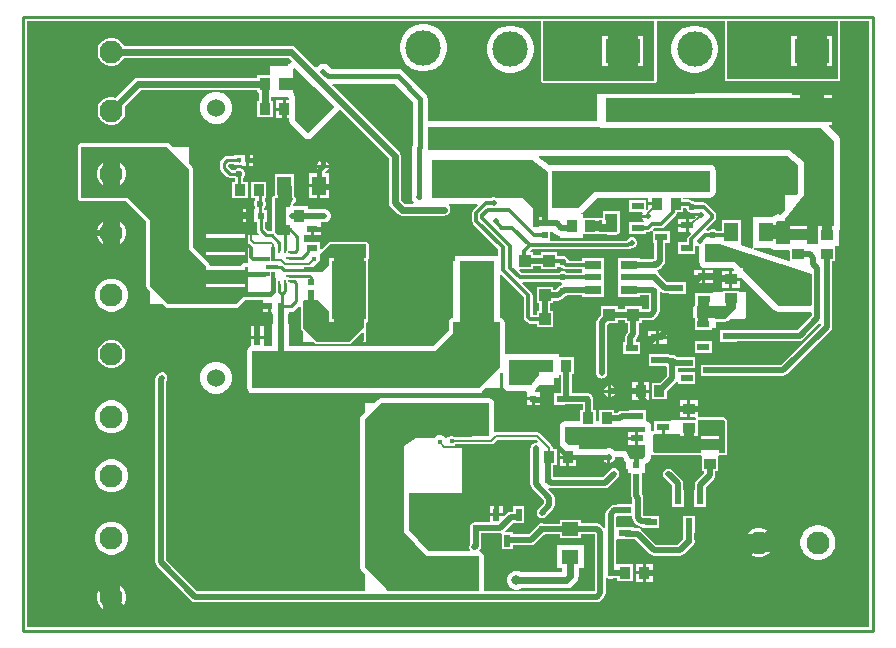
<source format=gbr>
%FSTAX23Y23*%
%MOIN*%
%SFA1B1*%

%IPPOS*%
%ADD10R,0.035430X0.039370*%
%ADD11R,0.041340X0.023620*%
%ADD12R,0.039370X0.035430*%
%ADD13R,0.023620X0.023620*%
%ADD14R,0.023620X0.041340*%
%ADD15C,0.023620*%
%ADD16R,0.023620X0.024410*%
%ADD17R,0.112210X0.194880*%
%ADD18R,0.019680X0.018700*%
%ADD19R,0.055120X0.045280*%
%ADD20R,0.047240X0.062990*%
%ADD21R,0.039370X0.039370*%
%ADD22R,0.039370X0.039370*%
%ADD23R,0.057090X0.031500*%
%ADD24R,0.057090X0.023620*%
%ADD25R,0.116140X0.079530*%
%ADD26R,0.039370X0.021650*%
%ADD27R,0.107090X0.048030*%
%ADD28R,0.018110X0.016540*%
%ADD29R,0.017720X0.008860*%
%ADD30R,0.041340X0.015750*%
%ADD31R,0.021650X0.009840*%
%ADD32R,0.009840X0.022640*%
%ADD33R,0.009840X0.021650*%
%ADD34R,0.015750X0.049210*%
%ADD35R,0.039370X0.015750*%
%ADD36R,0.024410X0.023620*%
%ADD37R,0.037010X0.021260*%
%ADD38R,0.024410X0.057870*%
%ADD39C,0.010000*%
%ADD40C,0.078740*%
%ADD41C,0.019680*%
%ADD42C,0.015750*%
%ADD43C,0.011810*%
%ADD44C,0.007870*%
%ADD45C,0.023620*%
%ADD46C,0.008860*%
%ADD47C,0.009840*%
%ADD48C,0.018700*%
%ADD49R,0.070000X0.020000*%
%ADD50R,0.020000X0.070000*%
%ADD51C,0.076770*%
%ADD52C,0.060000*%
%ADD53C,0.118110*%
%ADD54C,0.019680*%
%ADD55C,0.031500*%
%ADD56C,0.015750*%
%LNpwr_board_final_copper_signal_top-1*%
%LPD*%
G36*
X02717Y0184D02*
X02347D01*
Y02034*
X02717*
Y0184*
G37*
G36*
X02105Y01835D02*
X01735D01*
Y02034*
X02105*
Y01835*
G37*
G36*
X02821Y00013D02*
X00013D01*
Y02034*
X01727*
Y01835*
X01728Y01831*
X0173Y01829*
X01732Y01827*
X01735Y01826*
X02105*
X02108Y01827*
X02111Y01829*
X02113Y01831*
X02113Y01835*
Y02034*
X02339*
Y0184*
X02339Y01837*
X02341Y01834*
X02344Y01832*
X02347Y01832*
X02717*
X0272Y01832*
X02722Y01834*
X02724Y01837*
X02725Y0184*
Y02034*
X02821*
Y00013*
G37*
%LNpwr_board_final_copper_signal_top-2*%
%LPC*%
G36*
X02698Y01983D02*
X02679D01*
Y01933*
Y01883*
X02698*
Y01983*
G37*
G36*
X0258D02*
X02561D01*
Y01883*
X0258*
Y01933*
Y01983*
G37*
G36*
X02068D02*
X0205D01*
Y01933*
Y01883*
X02068*
Y01983*
G37*
G36*
X01951D02*
X01932D01*
Y01883*
X01951*
Y01933*
Y01983*
G37*
G36*
X01343Y02023D02*
X01328D01*
X01312Y0202*
X01298Y02014*
X01285Y02006*
X01274Y01995*
X01266Y01982*
X0126Y01967*
X01257Y01952*
Y01937*
X0126Y01922*
X01266Y01907*
X01274Y01894*
X01285Y01883*
X01298Y01875*
X01312Y01869*
X01328Y01866*
X01343*
X01358Y01869*
X01373Y01875*
X01386Y01883*
X01397Y01894*
X01405Y01907*
X01411Y01922*
X01414Y01937*
Y01952*
X01411Y01967*
X01405Y01982*
X01397Y01995*
X01386Y02006*
X01373Y02014*
X01358Y0202*
X01343Y02023*
G37*
G36*
X02246Y02018D02*
X02231D01*
X02216Y02015*
X02201Y02009*
X02188Y02001*
X02177Y0199*
X02169Y01977*
X02163Y01962*
X0216Y01947*
Y01932*
X02163Y01917*
X02169Y01902*
X02177Y01889*
X02188Y01878*
X02201Y0187*
X02216Y01864*
X02231Y01861*
X02246*
X02262Y01864*
X02276Y0187*
X02289Y01878*
X023Y01889*
X02308Y01902*
X02314Y01917*
X02317Y01932*
Y01947*
X02314Y01962*
X02308Y01977*
X023Y0199*
X02289Y02001*
X02276Y02009*
X02262Y02015*
X02246Y02018*
G37*
G36*
X01633D02*
X01618D01*
X01602Y02015*
X01588Y02009*
X01575Y02001*
X01564Y0199*
X01556Y01977*
X0155Y01962*
X01547Y01947*
Y01932*
X0155Y01917*
X01556Y01902*
X01564Y01889*
X01575Y01878*
X01588Y0187*
X01602Y01864*
X01618Y01861*
X01633*
X01648Y01864*
X01663Y0187*
X01676Y01878*
X01687Y01889*
X01695Y01902*
X01701Y01917*
X01704Y01932*
Y01947*
X01701Y01962*
X01695Y01977*
X01687Y0199*
X01676Y02001*
X01663Y02009*
X01648Y02015*
X01633Y02018*
G37*
G36*
X02698Y01786D02*
X02669D01*
Y01776*
X02698*
Y01786*
G37*
G36*
X00866Y01769D02*
X00843D01*
Y01745*
X00866*
Y01769*
G37*
G36*
Y01735D02*
X00843D01*
Y0171*
X00866*
Y01735*
G37*
G36*
X00652Y01798D02*
X00638D01*
X00625Y01794*
X00612Y01787*
X00602Y01777*
X00595Y01765*
X00592Y01752*
Y01738*
X00595Y01724*
X00602Y01712*
X00612Y01702*
X00625Y01695*
X00638Y01691*
X00652*
X00666Y01695*
X00678Y01702*
X00688Y01712*
X00695Y01724*
X00698Y01738*
Y01752*
X00695Y01765*
X00688Y01777*
X00678Y01787*
X00666Y01794*
X00652Y01798*
G37*
G36*
X00767Y01588D02*
X00753D01*
Y01575*
X00767*
Y01588*
G37*
G36*
X01005Y01569D02*
Y01555D01*
X01019*
X01016Y01561*
X01011Y01566*
X01005Y01569*
G37*
G36*
X00995D02*
X00988Y01566D01*
X00983Y01561*
X0098Y01555*
X00995*
Y01569*
G37*
G36*
X00767Y01565D02*
X00753D01*
Y01551*
X00767*
Y01565*
G37*
G36*
X00743Y01588D02*
X00729D01*
Y01586*
X00705*
Y01583*
X0068*
X00675Y01582*
X00671Y01579*
X00661Y01569*
X00658Y01564*
X00657Y0156*
Y01545*
X00658Y0154*
X00661Y01535*
X00681Y01515*
X00685Y01512*
X0069Y01511*
X00706*
X00707Y0151*
Y01497*
X00698*
Y01442*
X0075*
Y01497*
X00733*
Y0151*
X00737Y01513*
X0074Y01521*
Y01528*
X00737Y01536*
X00732Y01541*
X00724Y01544*
X00716*
X00709Y01541*
X00706Y01538*
X00696*
X00684Y01549*
Y01555*
X00686Y01556*
X00705*
Y01553*
X00729*
Y01551*
X00743*
Y0157*
Y01588*
G37*
G36*
X01019Y01545D02*
X0098D01*
X00983Y01538*
X00988Y01533*
X00992Y01531*
X00992Y01528*
Y0149*
X0102*
Y01526*
X01008*
X01007Y01531*
X01011Y01533*
X01016Y01538*
X01019Y01545*
G37*
G36*
X00982Y01526D02*
X00953D01*
Y0149*
X00982*
Y01526*
G37*
G36*
X0102Y0148D02*
X00992D01*
Y01443*
X0102*
Y0148*
G37*
G36*
X00982D02*
X00953D01*
Y01443*
X00982*
Y0148*
G37*
G36*
X00745Y01407D02*
X00735D01*
Y01396*
X00745*
Y01407*
G37*
G36*
Y01373D02*
X00735D01*
Y01362*
X00745*
Y01373*
G37*
G36*
X02209Y01374D02*
X02183D01*
Y01357*
X02209*
Y01374*
G37*
G36*
Y01347D02*
X02183D01*
Y0133*
X02209*
Y01347*
G37*
G36*
X00994Y01336D02*
X0097D01*
Y0132*
X00994*
Y01336*
G37*
G36*
X00739Y01322D02*
X00612D01*
Y01311*
X00675*
X00739*
Y01322*
G37*
G36*
X00325Y01366D02*
Y01328D01*
Y01289*
X00325Y01289*
X00334Y01298*
X0034Y01309*
X00344Y01321*
Y01334*
X0034Y01346*
X00334Y01357*
X00325Y01366*
X00325Y01366*
G37*
G36*
X00266D02*
X00266Y01366D01*
X00257Y01357*
X0025Y01346*
X00247Y01334*
Y01321*
X0025Y01309*
X00257Y01298*
X00266Y01289*
X00266Y01289*
Y01328*
Y01366*
G37*
G36*
X00739Y01264D02*
X00675D01*
X00612*
Y0126*
Y01254*
X00739*
Y0126*
Y01264*
G37*
G36*
X02299Y01204D02*
X02274D01*
Y01187*
X02299*
Y01204*
G37*
G36*
X02264D02*
X02238D01*
Y01187*
X02264*
Y01204*
G37*
G36*
X02355Y012D02*
X02331D01*
Y01177*
X02355*
Y012*
G37*
G36*
X02299Y01177D02*
X02274D01*
Y0116*
X02299*
Y01177*
G37*
G36*
X02264D02*
X02238D01*
Y0116*
X02264*
Y01177*
G37*
G36*
X0239Y01167D02*
X02365D01*
Y01145*
X0239*
Y01167*
G37*
G36*
X02355D02*
X02331D01*
Y01145*
X02355*
Y01167*
G37*
G36*
X02388Y01135D02*
X02333D01*
Y01133*
X02331Y01129*
X02299Y01129*
X02297Y01127*
X0224*
Y01087*
X02238Y01085*
X02235Y01081*
Y01045*
X02239Y01042*
Y01002*
X02296*
Y01005*
X02298Y0101*
X0231*
Y01031*
X0234*
X0234*
X02345Y01031*
X02345Y01032*
X02346Y01032*
X02347Y01032*
X02348Y01032*
X02348Y01032*
X02349Y01032*
X0235Y01033*
X02351Y01034*
X02351Y01034*
X02351Y01034*
X02356Y0104*
X02405*
X02405Y0104*
X0241Y01045*
Y01129*
X0239*
X02388Y01133*
Y01135*
G37*
G36*
X00303Y01174D02*
X00288D01*
X00275Y0117*
X00262Y01163*
X00252Y01153*
X00245Y0114*
X00241Y01127*
Y01112*
X00245Y01099*
X00252Y01086*
X00262Y01076*
X00275Y01069*
X00288Y01065*
X00303*
X00316Y01069*
X00329Y01076*
X00339Y01086*
X00346Y01099*
X0035Y01112*
Y01127*
X00346Y0114*
X00339Y01153*
X00329Y01163*
X00316Y0117*
X00303Y01174*
G37*
G36*
X00817Y0108D02*
X008D01*
Y01062*
X00817*
Y0108*
G37*
G36*
X00803Y01018D02*
X00786D01*
Y00985*
X00803*
Y01018*
G37*
G36*
X00776D02*
X00759D01*
Y00985*
X00776*
Y01018*
G37*
G36*
X02146Y01001D02*
X0212D01*
Y00984*
X02146*
Y01001*
G37*
G36*
X0211D02*
X02085D01*
Y00984*
X0211*
Y01001*
G37*
G36*
X00302Y01978D02*
X00289D01*
X00278Y01974*
X00267Y01968*
X00258Y0196*
X00252Y01949*
X00249Y01937*
Y01925*
X00252Y01913*
X00258Y01903*
X00267Y01894*
X00278Y01888*
X00289Y01885*
X00302*
X00313Y01888*
X00324Y01894*
X00332Y01903*
X00337Y01911*
X00884*
X00896Y019*
X00894Y01894*
X00892Y01893*
X00888Y01891*
X00885Y01889*
X00885Y01889*
X00885Y01889*
X00883Y01885*
X00882Y01885*
X00825*
Y01853*
X0082Y01852*
X00782*
Y01845*
X00385*
X00378Y01843*
X00371Y01839*
X00311Y01778*
X00302Y01781*
X00289*
X00278Y01778*
X00267Y01772*
X00258Y01763*
X00252Y01752*
X00249Y01741*
Y01728*
X00252Y01717*
X00258Y01706*
X00267Y01697*
X00278Y01691*
X00289Y01688*
X00302*
X00313Y01691*
X00324Y01697*
X00332Y01706*
X00339Y01717*
X00342Y01728*
Y01741*
X00339Y0175*
X00394Y01804*
X00782*
Y01797*
X00783*
X00787Y01794*
X00787Y01779*
X00788Y01778*
Y01767*
X00782*
Y01712*
X00834*
Y01767*
X00828*
Y01779*
X00885Y01779*
X00887Y01774*
X00885Y01769*
X00876*
Y0174*
Y0171*
X00888*
Y01702*
X0089Y01694*
X00894Y01687*
X00936Y01646*
X00942Y01641*
X0095Y0164*
X00958Y01641*
X00964Y01646*
X0105Y01732*
X01051Y01732*
X01051Y01732*
X01053Y01735*
X01053Y01736*
X01059Y01737*
X01059Y01736*
X01219Y01576*
Y0143*
X01221Y01422*
X01225Y01415*
X0125Y0139*
X01257Y01386*
X01265Y01384*
X01405*
X01412Y01386*
X01419Y0139*
X01423Y01397*
X01425Y01405*
X01423Y01412*
X01419Y01419*
X01418Y01419*
X01419Y01424*
X01515*
X01517Y0142*
X01502Y01405*
X01499Y014*
X01498Y01395*
Y01367*
X01499Y01361*
X01502Y01357*
X01585Y01274*
Y01254*
X01585Y01249*
X01441*
Y01235*
X01435*
X01435Y01234*
Y01045*
X01429Y01044*
X01424Y01041*
X01421Y01036*
X01419Y0103*
Y01002*
X01368Y00951*
X00888*
Y01024*
X00885*
Y01057*
X00886*
Y01064*
X00895*
X00902Y01065*
X00909Y0107*
X00922Y01083*
X00927Y01081*
Y01009*
X00927Y01007*
X00927Y01006*
X00928Y01005*
X00929Y01003*
Y01003*
X0093Y01003*
X00935Y00998*
X00935Y00965*
X00935Y00964*
X0094*
X00968*
X00974Y00959*
X00976Y00957*
X0098Y00956*
X01085*
X0109*
X01091Y00957*
X01093Y00957*
X01093*
X01094Y00958*
X01095Y00959*
Y00959*
X01132Y00996*
X01137Y00994*
X01137Y00974*
X01137Y0097*
Y00969*
X01133Y00965*
X01133Y00965*
X01138*
X01145*
Y0101*
X01145Y0101*
X01145Y01012*
X01145Y01012*
X01145Y01012*
X01145Y01026*
X01149Y01031*
X01151*
Y0124*
X01152Y01241*
X01153Y01244*
Y0129*
X01152Y01293*
X0115Y01295*
X01148Y01297*
X01145Y01298*
X01025*
X01021Y01297*
X01019Y01295*
X00996Y01273*
X00992Y01275*
Y01297*
X00939*
X00937Y01301*
Y01315*
X00937Y0132*
X00942*
X0096*
Y01341*
X00965*
Y01346*
X00994*
Y01362*
X00999Y01362*
X01005*
X01007Y01363*
X01009*
X01011Y01364*
X01013Y01364*
X01015Y01365*
X01017Y01366*
X01018Y01368*
X0102Y01369*
X01021Y01371*
X01023Y01372*
X01024Y01374*
X01025Y01376*
X01025Y01378*
X01026Y0138*
Y01382*
X01027Y01385*
X01026Y01387*
Y01389*
X01025Y01391*
X01025Y01393*
X01024Y01395*
X01023Y01397*
X01021Y01398*
X0102Y014*
X01018Y01401*
X01017Y01403*
X01015Y01404*
X01013Y01405*
X01011Y01405*
X01009Y01406*
X01007*
X01005Y01407*
X01004*
X00978*
X00974Y01408*
X00965*
X00961Y01406*
X0096Y01407*
X00951*
Y01416*
X00904*
X00901Y0142*
X00909Y01435*
X00909Y01436*
X00909Y01437*
X00909Y01438*
X0091Y01438*
X0091Y01439*
X0091Y0144*
X00909Y01441*
X00909Y01441*
X00909Y01442*
X00908Y01443*
X00906Y01447*
X00905Y01448*
X00905Y01449*
X00904Y01449*
Y01485*
X00904Y01485*
Y01524*
X00841*
Y01485*
X00841Y01485*
Y01451*
X0084*
X00836Y0145*
X00834Y01449*
X00832Y01446*
X00831Y01443*
Y01414*
X00832Y01411*
X00832Y01411*
Y01385*
Y01358*
X00832Y01358*
X00831Y01355*
Y01336*
X00829Y01334*
X00815*
X00807Y01342*
Y01364*
X00813*
Y01405*
X00805*
Y01411*
X00807Y01413*
X0081Y01421*
Y01428*
X00807Y01436*
X00806Y01437*
X00808Y01442*
X00812*
Y01497*
X00761*
Y01442*
X00773*
X00775Y01437*
X00774Y01436*
X00771Y01428*
Y01421*
X00774Y01413*
X00775Y01412*
X00773Y01407*
X00769*
Y01385*
Y01362*
X00775*
X00779*
X0078Y01358*
Y01336*
X00781Y01331*
X00784Y01327*
X00786Y01325*
X00784Y01321*
X00749*
X00749Y01264*
X00749Y0123*
X00746Y01227*
X00739*
X00734Y01226*
X0073Y01223*
X00728Y01219*
X00727Y01217*
X00625*
X00625Y0122*
X00622Y01224*
X00567Y01279*
Y013*
Y01536*
X00567Y01537*
Y01538*
X00566Y01543*
X00566Y01544*
X00566Y01545*
X00565Y01546*
X00565Y01547*
X00564Y01548*
X00563Y01549*
X00555Y01557*
Y01615*
X00497*
X00489Y01623*
X00485Y01626*
X0048Y01627*
X0048*
X00195*
X00191Y01626*
X00187Y01623*
X00184Y01619*
X00183Y01615*
Y01445*
X00184Y0144*
X00187Y01436*
X00191Y01433*
X00195Y01432*
X00345*
X00412Y01365*
Y0115*
X00413Y01145*
X00416Y01141*
X00425Y01132*
Y0109*
X00467*
X00476Y01081*
X00478Y0108*
X0048Y01078*
Y01078*
X00482Y01078*
X00485Y01077*
X0049*
X0059*
X0071*
X00715Y01078*
X00719Y01081*
X00742Y01104*
X008*
Y0109*
X00822*
Y01085*
X00827*
Y01062*
X00831*
Y01057*
X00833*
Y01024*
X00832*
Y00951*
X00803*
Y00975*
X00781*
X00759*
Y00949*
X00758Y00949*
X00753Y00946*
X0075Y00941*
X00748Y00935*
Y0081*
X0075Y00803*
X00753Y00798*
X00758Y00795*
X00765Y00793*
X0152*
X01526Y00795*
X01531Y00798*
X01542Y0081*
X0159*
X0159Y00857*
X01595Y00863*
X016Y00861*
Y0082*
X01602Y00812*
X01606Y00805*
X01613Y00801*
X0162Y00799*
X01677*
X0168Y00796*
Y00794*
Y0078*
X01702*
X01724*
Y00796*
X01707*
X01706Y00797*
X01706Y00797*
X01706Y00801*
X01708Y00804*
X01709Y00804*
X01709Y00805*
X0171Y00805*
X0171Y00807*
X01712Y00808*
X01714Y00812*
X0172Y0082*
X0177*
Y00845*
X01786*
Y00852*
Y00855*
X01791Y00856*
X01794Y00853*
Y00794*
X01769*
Y00755*
X01808*
Y00756*
X01866*
Y00737*
X01858*
Y007*
X01808*
X01801Y00698*
X01794Y00694*
X0179Y00687*
X01788Y0068*
Y00629*
X0179Y00622*
X01794Y00615*
X01795Y00614*
X01794Y00609*
X01789*
Y00585*
X01817*
X01845*
Y00585*
X0185Y00588*
X01854Y00587*
X01931*
X01933Y00584*
X01953*
Y00579*
X01958*
Y0056*
X01964Y00563*
X0197Y00568*
X01973Y00575*
Y00578*
X01975Y00579*
X01999*
X02008Y00564*
X02009Y00562*
X0201Y0056*
Y0054*
X02016*
Y00526*
X02028*
Y00516*
X02027Y00514*
Y0045*
X02029Y00443*
X02032Y00437*
Y00422*
X01979*
Y0042*
X01971*
X01964Y00419*
X01958Y00415*
X01947Y00403*
X01943Y00397*
X01941Y0039*
Y00346*
X01936Y00344*
X01927Y00354*
X01921Y00357*
X01914Y00359*
X01861*
Y00371*
X0179*
Y00358*
X01737*
X01734Y00359*
X01726*
X01719Y00356*
X01714Y00351*
X01712Y00347*
X01688Y00323*
X01635*
Y0033*
X0161*
X01608Y00335*
X0163Y00356*
X01633Y00359*
X01672*
Y00416*
X01633*
Y00397*
X01627*
X0162Y00396*
X01614Y00392*
X01604Y00382*
X01603Y00383*
X01578*
X01556*
Y00363*
X01517*
X01513Y00364*
X01506*
X01498Y00361*
X01493Y00356*
X0149Y00348*
Y00341*
X01491Y00337*
Y0029*
X0149Y00289*
X0149Y00287*
X01489Y00286*
X01488Y00284*
X01488Y00282*
Y00281*
X01487Y00279*
X01488Y00277*
Y00275*
X01488Y00274*
X01489Y00272*
X0149Y00271*
X01488Y00266*
X01487Y00266*
X01351*
X01286Y00336*
Y0046*
X01465*
Y00615*
X01462Y00617*
X01444*
X01442Y00621*
X01442Y00622*
X01443Y00622*
X01562*
X01567Y00623*
X01571Y00626*
X01583Y00638*
X0171*
X01716Y00632*
X01714Y00628*
X01714Y00627*
X01712*
X0171Y00628*
X01709Y00627*
X01707*
X01705Y00627*
X01703Y00626*
X01702Y00625*
X017Y00625*
X01699Y00623*
X01698Y00622*
X01697Y00621*
X01695Y0062*
X01695Y00618*
X01694Y00616*
X01693Y00615*
X01693Y00613*
Y00611*
X01692Y0061*
Y0049*
X01694Y00483*
X01698Y00477*
X01737Y00437*
Y00427*
X01718Y00407*
X01717Y00406*
X01715Y00405*
X01715Y00403*
X01714Y00401*
X01713Y004*
X01713Y00398*
Y00396*
X01712Y00395*
X01713Y00393*
Y00391*
X01713Y00389*
X01714Y00388*
X01715Y00386*
X01715Y00384*
X01717Y00383*
X01718Y00382*
X01719Y00381*
X0172Y00379*
X01722Y00379*
X01723Y00378*
X01725Y00377*
X01727Y00377*
X01729*
X0173Y00376*
X01732Y00377*
X01734*
X01736Y00377*
X01737Y00378*
X01739Y00379*
X0174Y00379*
X01742Y00381*
X01743Y00382*
X01768Y00407*
X01772Y00413*
X01773Y0042*
Y00445*
X01772Y00451*
X01768Y00457*
X01752Y00474*
X01754Y00478*
X01755Y00478*
X01761Y00476*
X0194*
X01947Y00478*
X01953Y00482*
X01983Y00512*
X01984Y00513*
X01985Y00514*
X01986Y00516*
X01987Y00518*
X01987Y00519*
X01988Y00521*
Y00523*
X01988Y00525*
X01988Y00526*
Y00528*
X01987Y0053*
X01987Y00531*
X01986Y00533*
X01985Y00535*
X01984Y00536*
X01983Y00537*
X01982Y00538*
X0198Y0054*
X01979Y0054*
X01977Y00541*
X01976Y00542*
X01974Y00542*
X01972*
X0197Y00543*
X01969Y00542*
X01967*
X01965Y00542*
X01963Y00541*
X01962Y0054*
X0196Y0054*
X01959Y00538*
X01958Y00537*
X01933Y00513*
X01769*
X01768Y00513*
Y00552*
X0178*
Y00607*
X01769*
X01766Y00611*
X01765Y00616*
X01762Y0062*
X01723Y00659*
X01719Y00661*
X01715Y00662*
X01578*
X01576Y00662*
X01571Y00665*
Y0076*
X01569Y00766*
X01566Y00771*
X01561Y00774*
X01555Y00776*
X01195*
X01188Y00774*
X01183Y00771*
X01183*
X01172Y0076*
X0114*
X0114Y00727*
X01128Y00716*
X01125Y00711*
X01123Y00705*
Y0022*
Y00219*
X01123Y00214*
X01124Y00212*
X01125Y00209*
X01125Y00209*
X01125Y00208*
X01126Y00206*
X01128Y00204*
X01133Y00198*
X0114Y00191*
Y00135*
X01135Y00133*
X00582*
X00478Y00237*
Y00832*
X00478Y00833*
X0048Y00834*
X0048Y00836*
X00481Y00838*
X00482Y00839*
X00482Y00841*
Y00843*
X00483Y00845*
X00482Y00846*
Y00848*
X00482Y0085*
X00481Y00851*
X0048Y00853*
X0048Y00855*
X00478Y00856*
X00477Y00857*
X00476Y00858*
X00475Y0086*
X00473Y0086*
X00471Y00861*
X0047Y00862*
X00468Y00862*
X00466*
X00465Y00863*
X00463Y00862*
X00461*
X00459Y00862*
X00458Y00861*
X00456Y0086*
X00454Y0086*
X00453Y00858*
X00452Y00857*
X00447Y00852*
X00443Y00846*
X00441Y0084*
Y0023*
X00443Y00223*
X00447Y00217*
X00562Y00102*
X00568Y00098*
X00575Y00096*
X01914*
X01921Y00098*
X01927Y00102*
X01938Y00113*
X01942Y00119*
X01943Y00126*
Y00176*
X01948Y00178*
X01948Y00178*
X01956Y00175*
X01963*
X01967Y00176*
X01982*
Y00167*
X02034*
Y00222*
X01982*
X01978Y00222*
Y00303*
X01979Y00307*
X01983*
X02007*
X02009Y00307*
X02041*
X02092Y00257*
X02098Y00253*
X02105Y00251*
X0219*
X02197Y00253*
X02203Y00257*
X02228Y00281*
X02232Y00283*
X02237Y00288*
X0224Y00296*
Y00303*
X02238Y00307*
Y00328*
X0224*
Y00385*
X02201*
Y00328*
X02202*
Y00307*
X02202Y00307*
X02183Y00288*
X02112*
X02062Y00338*
X02056Y00342*
X02049Y00343*
X02036*
Y00347*
X01979*
X01978Y00351*
Y00378*
X01979Y00382*
X02032*
Y00376*
X02034Y00369*
X02038Y00363*
X02047Y00354*
X02053Y0035*
X0206Y00348*
X02065*
Y00345*
X02122*
Y00384*
X02093*
X02092Y00385*
X02068*
Y00445*
X02067Y00451*
X02063Y00457*
Y00514*
X02063Y00516*
Y00526*
X02075*
Y0054*
X02075*
X02075Y0054*
Y00557*
X02079Y0056*
X0209Y0057*
X02092Y00573*
X02094Y00576*
X02094Y00576*
X02094Y00576*
X02095Y0058*
X02095Y00584*
X02095Y00586*
X02098Y00588*
X021Y00588*
X02102Y00587*
X02105Y00586*
X02259*
X02262Y00585*
X02263Y00582*
Y00532*
X02272*
Y00527*
X02245Y005*
X02241Y00494*
X0224Y00487*
Y00471*
X02238*
Y00414*
X02277*
Y00471*
X02276*
Y0048*
X02303Y00507*
X02307Y00513*
X02308Y0052*
Y00532*
X02318*
Y00582*
X02319Y00585*
X02322Y00586*
X0234*
X02343Y00587*
X02346Y00589*
X02348Y00591*
X02348Y00595*
Y007*
X02348Y00703*
X02346Y00705*
X02341Y0071*
X02338Y00712*
X02335Y00713*
X02255*
X0225Y00713*
Y00736*
X02225*
Y00713*
X02241*
X02243Y00708*
X02243Y00708*
X02242Y00705*
Y00704*
X02193*
X02191Y00705*
X02188*
X02168*
X02167Y00704*
X02164Y00704*
X02161Y00704*
X02159Y00702*
X02157Y00699*
X02157Y00699*
X02105*
Y00669*
X02102Y00666*
X02101Y00665*
X021Y00665*
X02099Y00665*
X02097Y00666*
X02096Y00667*
X02095Y00668*
Y0068*
X02094Y00687*
X0209Y00694*
X02083Y00698*
X02076Y007*
Y00737*
X02019*
Y00735*
X01998*
X01991Y00734*
X01985Y0073*
X01983Y00728*
X01972*
Y00737*
X01921*
Y007*
X0191*
Y00737*
X01902*
Y0077*
X01901Y00777*
X019Y00778*
Y00778*
X01897Y00786*
X01892Y00791*
X01884Y00794*
X01876*
X01873Y00793*
X0183*
Y00857*
X01837*
Y00912*
X01786*
Y00917*
Y00924*
X01751*
X01749Y00924*
X01723*
X01721Y00925*
X0162*
X01613Y00923*
X01611Y00922*
X01606Y00924*
Y01028*
X01605Y01034*
X01602Y01039*
X01597Y01043*
X01595Y01044*
X0159Y01045*
Y01188*
X01595Y0119*
X01671Y01114*
Y01046*
X01672Y01041*
X01675Y01036*
X01682Y0103*
X01687Y01027*
X01692Y01025*
X01713*
Y01012*
X01768*
Y01067*
X01758*
Y01092*
X01768*
Y01101*
X01785*
X01792Y01103*
X01798Y01107*
X01808Y01116*
X01812Y01118*
X01814Y0112*
X01864*
Y01115*
X01937*
Y0116*
Y01197*
Y01244*
X01864*
Y01235*
X01819*
X01817Y01241*
X01812Y01246*
X01804Y01249*
X01796*
X01795Y01248*
X01794Y01249*
X01782*
Y01262*
X01727*
Y01253*
X01702*
Y01262*
X01693*
X01691Y01267*
X01696Y01272*
X02018*
X02023Y01273*
X02028Y01276*
X02028Y01277*
X02033*
X0204Y01279*
X02045Y01284*
X02047Y01291*
Y01298*
X02045Y01305*
X0204Y0131*
X02033Y01312*
X02026*
X02019Y0131*
X02014Y01305*
X02013Y01301*
X02012Y013*
X01762*
X01758Y01302*
Y0133*
X01768*
X01775Y01324*
X01781Y01319*
X01788Y01316*
X01792Y01316*
Y0131*
X01866*
Y01317*
Y01322*
X01871*
X01917*
X0192Y01322*
X01922Y01322*
X01978Y01321*
X01978*
X01978*
X0198Y01321*
X01981Y01322*
X01981Y01322*
X01981*
X01983Y01323*
X01984Y01323*
X01984Y01323*
X01984Y01323*
X01988Y01327*
X01988Y01327*
X01988Y01327*
X01988Y01328*
X01989Y0133*
Y0133*
X01989Y0133*
X0199Y01331*
X0199Y01333*
X0199Y01333*
X0199Y01333*
Y01358*
X0199Y01359*
X01991Y0136*
Y01399*
X01934*
Y01379*
X01931Y01378*
X0192*
X01917Y01377*
X01866*
Y01382*
Y01389*
X01863*
X01862Y01394*
X01863Y01395*
X01913Y01444*
X02085*
Y0143*
X02113*
Y0142*
X02085*
Y01402*
X02079*
X02077Y01403*
Y01437*
X0202*
Y01397*
X02063*
X02066Y01392*
X02063Y01387*
X02083*
Y01377*
X02063*
X02066Y01371*
X0207Y01367*
X02068Y01362*
X0202*
Y01322*
X02077*
Y01329*
X02083*
X02088Y0133*
X02093Y01333*
X02094Y01334*
X02099Y01332*
Y0133*
Y0133*
Y01295*
X02105*
Y01242*
X02105Y01241*
X02101Y0124*
X021Y01239*
X02057*
Y01244*
X01984*
Y01197*
Y0116*
Y01115*
X02057*
Y0112*
X02087*
Y01074*
X02086Y01073*
X02063*
Y01082*
X02008*
Y01073*
X01983*
Y01082*
X01928*
Y01052*
X01917Y01041*
X01913Y01036*
X01911Y01029*
Y0086*
X01912Y00858*
Y00856*
X01912Y00854*
X01913Y00853*
X01914Y00851*
X01914Y00849*
X01916Y00848*
X01917Y00847*
X01918Y00846*
X01919Y00844*
X01921Y00844*
X01923Y00843*
X01924Y00842*
X01926Y00842*
X01928*
X0193Y00841*
X01931Y00842*
X01933*
X01935Y00842*
X01936Y00843*
X01938Y00844*
X0194Y00844*
X01941Y00846*
X01942Y00847*
X01943Y00848*
X01945Y00849*
X01945Y00851*
X01946Y00853*
X01947Y00854*
X01947Y00856*
Y00858*
X01948Y0086*
Y01021*
X01953Y01027*
X01983*
Y01036*
X02008*
Y01027*
X02017*
Y00997*
X02013Y00992*
X02009Y00986*
X02007Y0098*
Y00962*
X02*
Y00922*
X02057*
Y00962*
X02043*
Y00972*
X02048Y00977*
X02052Y00983*
X02053Y0099*
Y01027*
X02063*
Y01036*
X02094*
X02101Y01038*
X02107Y01042*
X02118Y01053*
X02122Y01059*
X02123Y01066*
Y01127*
X02124Y01128*
X02125Y01129*
X02129Y0113*
X0213Y0113*
X02133Y01128*
X0214Y01126*
X02154*
Y01125*
X02211*
Y01164*
X02154*
Y01163*
X02148*
X02124Y01187*
X02122Y01191*
X02117Y01196*
X02116Y01196*
X02115Y01202*
X02116Y01203*
X02123Y01206*
X02129Y01212*
X02131Y01216*
X02136Y01222*
X0214Y01227*
X02141Y01234*
Y01295*
X02156*
Y01334*
X02102*
X02101*
X021Y01336*
X02099Y01339*
X02103Y01344*
X02128*
X02133Y01345*
X02138Y01348*
X02178Y01388*
X02181Y01393*
X02182Y01397*
X02202*
Y0141*
X02211*
X02214Y01403*
X02219Y01398*
X02226Y01395*
X02234*
X02238Y01396*
X02241Y01393*
X02261*
Y01383*
X02242*
X02243Y01379*
X02241Y01374*
X0224Y01374*
X02219*
Y01352*
Y0133*
X02224*
X02226Y01325*
X02219Y01318*
X02216Y01314*
X02214Y01308*
Y01297*
X02185*
Y01257*
X02242*
Y01282*
X02242Y01282*
X02243Y01283*
X02248Y01285*
X02252Y01283*
X02254*
Y0123*
X02256Y01222*
X0226Y01215*
X02267Y01211*
X02275Y01209*
X02366*
X02371Y01205*
X02369Y012*
X02365*
Y01177*
X0239*
Y01179*
X02395Y01181*
X02505Y0107*
X02512Y01066*
X0252Y01064*
X02625*
X02625Y01065*
X02629Y01061*
Y01049*
X02582Y01003*
X02382*
Y01004*
X02325*
Y00965*
X02382*
Y00966*
X0259*
X02596Y00968*
X02602Y00972*
X02655Y01024*
X0266Y01023*
X0266Y0102*
X02528Y00888*
X02315*
Y00888*
X0226*
Y00851*
X02315*
Y00851*
X02535*
X02542Y00853*
X02548Y00857*
X02693Y01002*
X02697Y01008*
X02698Y01015*
Y01232*
X02708*
Y01284*
X02713*
X0272*
Y01335*
X02724Y01341*
X02725Y01349*
Y01455*
Y01634*
X02724Y01641*
X0272Y01648*
X02686Y01682*
X02688Y01686*
X02698*
Y01696*
X02664*
X02662Y01697*
X0263*
Y01736*
X0259*
Y01786*
X02565*
Y01794*
X01915Y0179*
Y017*
X0135*
X01349Y017*
Y01775*
X01347Y01784*
X01342Y01792*
X01267Y01867*
X01259Y01872*
X0125Y01874*
X01028*
X01026Y01876*
X01023Y01881*
X01018Y01886*
X01012Y01889*
X01006Y01891*
X00999*
X00992Y01889*
X00987Y01886*
X00982Y01881*
X00981Y01879*
X00974Y01878*
X00907Y01946*
X009Y0195*
X00893Y01951*
X00337*
X00332Y0196*
X00324Y01968*
X00313Y01974*
X00302Y01978*
G37*
G36*
X02146Y00974D02*
X0212D01*
Y00957*
X02146*
Y00974*
G37*
G36*
X0211D02*
X02085D01*
Y00957*
X0211*
Y00974*
G37*
G36*
X02296Y00967D02*
X02239D01*
Y00927*
X02296*
Y00967*
G37*
G36*
X00302Y00969D02*
X00289D01*
X00278Y00966*
X00267Y0096*
X00258Y00951*
X00252Y00941*
X00249Y00929*
Y00917*
X00252Y00905*
X00258Y00894*
X00267Y00886*
X00278Y0088*
X00289Y00876*
X00302*
X00313Y0088*
X00324Y00886*
X00332Y00894*
X00339Y00905*
X00342Y00917*
Y00929*
X00339Y00941*
X00332Y00951*
X00324Y0096*
X00313Y00966*
X00302Y00969*
G37*
G36*
X02144Y00924D02*
X02087D01*
Y00885*
X02144*
X02147Y00881*
Y0085*
X02124Y00827*
X02096*
Y00772*
X02147*
Y008*
X02178Y0083*
X0218Y00834*
X02185Y00832*
Y00825*
X02241*
Y00863*
X02188*
X02185*
X02183Y00867*
Y00872*
X02185Y00876*
X02241*
Y00914*
X02185*
Y00913*
X0218*
X02177Y00916*
X02169Y00919*
X02161*
X02161Y00919*
X02157Y00921*
X0215Y00923*
X02144*
Y00924*
G37*
G36*
X01962Y00819D02*
Y00805D01*
X01976*
X01974Y00811*
X01968Y00817*
X01962Y00819*
G37*
G36*
X01952D02*
X01946Y00817D01*
X0194Y00811*
X01937Y00805*
X01952*
Y00819*
G37*
G36*
X02087Y00829D02*
X02064D01*
Y00805*
X02087*
Y00829*
G37*
G36*
X02054D02*
X02031D01*
Y00805*
X02054*
Y00829*
G37*
G36*
X00652Y00898D02*
X00638D01*
X00624Y00894*
X00612Y00887*
X00602Y00877*
X00595Y00865*
X00591Y00852*
Y00838*
X00595Y00824*
X00602Y00812*
X00612Y00802*
X00624Y00795*
X00638Y00791*
X00652*
X00665Y00795*
X00677Y00802*
X00687Y00812*
X00694Y00824*
X00698Y00838*
Y00852*
X00694Y00865*
X00687Y00877*
X00677Y00887*
X00665Y00894*
X00652Y00898*
G37*
G36*
X01976Y00795D02*
X01962D01*
Y0078*
X01968Y00783*
X01974Y00788*
X01976Y00795*
G37*
G36*
X01952D02*
X01937D01*
X0194Y00788*
X01946Y00783*
X01952Y0078*
Y00795*
G37*
G36*
X02087Y00795D02*
X02064D01*
Y0077*
X02087*
Y00795*
G37*
G36*
X02054D02*
X02031D01*
Y0077*
X02054*
Y00795*
G37*
G36*
X01724Y0077D02*
X01707D01*
Y00753*
X01724*
Y0077*
G37*
G36*
X01697D02*
X0168D01*
Y00753*
X01697*
Y0077*
G37*
G36*
X0225Y00769D02*
X02225D01*
Y00746*
X0225*
Y00769*
G37*
G36*
X02215D02*
X02191D01*
Y00746*
X02215*
Y00769*
G37*
G36*
Y00736D02*
X02191D01*
Y00713*
X02215*
Y00736*
G37*
G36*
X00303Y00769D02*
X00288D01*
X00275Y00765*
X00262Y00758*
X00252Y00748*
X00245Y00735*
X00241Y00722*
Y00707*
X00245Y00694*
X00252Y00681*
X00262Y00671*
X00275Y00664*
X00288Y0066*
X00303*
X00316Y00664*
X00329Y00671*
X00339Y00681*
X00346Y00694*
X0035Y00707*
Y00722*
X00346Y00735*
X00339Y00748*
X00329Y00758*
X00316Y00765*
X00303Y00769*
G37*
G36*
X01948Y00574D02*
X01934D01*
X01936Y00568*
X01942Y00563*
X01948Y0056*
Y00574*
G37*
G36*
X01845Y00575D02*
X01822D01*
Y0055*
X01845*
Y00575*
G37*
G36*
X01812D02*
X01789D01*
Y0055*
X01812*
Y00575*
G37*
G36*
X00303Y00572D02*
X00288D01*
X00275Y00568*
X00262Y00561*
X00252Y00551*
X00245Y00539*
X00241Y00525*
Y00511*
X00245Y00497*
X00252Y00484*
X00262Y00474*
X00275Y00467*
X00288Y00464*
X00303*
X00316Y00467*
X00329Y00474*
X00339Y00484*
X00346Y00497*
X0035Y00511*
Y00525*
X00346Y00539*
X00339Y00551*
X00329Y00561*
X00316Y00568*
X00303Y00572*
G37*
G36*
X02153Y0054D02*
X02151D01*
X02149Y0054*
X02148*
X02146Y00539*
X02144Y00539*
X02143Y00538*
X02141Y00537*
X0214Y00536*
X02138Y00535*
X02137Y00534*
X02136Y00532*
X02136Y00531*
X02135Y00529*
X02134Y00528*
X02133Y00526*
Y00524*
X02133Y00522*
X02133Y00521*
Y00519*
X02134Y00517*
X02135Y00515*
X02136Y00514*
X02136Y00512*
X02137Y00511*
X02138Y0051*
X0214Y00509*
X02141Y00507*
X02143Y00507*
X02165Y00484*
Y00471*
X02163*
Y00414*
X02203*
Y00471*
X02201*
Y00492*
X022Y00499*
X02196Y00505*
X02165Y00535*
X02159Y00539*
X02155Y0054*
X02155Y0054*
X02154*
X02153Y0054*
G37*
G36*
X016Y00418D02*
X01583D01*
Y00393*
X016*
Y00418*
G37*
G36*
X01573D02*
X01556D01*
Y00393*
X01573*
Y00418*
G37*
G36*
X0246Y00343D02*
X02447D01*
X02435Y0034*
X02424Y00333*
X02415Y00324*
X02415Y00324*
X02454*
X02492*
X02492Y00324*
X02483Y00333*
X02472Y0034*
X0246Y00343*
G37*
G36*
X00303Y00364D02*
X00288D01*
X00275Y0036*
X00262Y00353*
X00252Y00343*
X00245Y0033*
X00241Y00317*
Y00302*
X00245Y00289*
X00252Y00276*
X00262Y00266*
X00275Y00259*
X00288Y00255*
X00303*
X00316Y00259*
X00329Y00266*
X00339Y00276*
X00346Y00289*
X0035Y00302*
Y00317*
X00346Y0033*
X00339Y00343*
X00329Y00353*
X00316Y0036*
X00303Y00364*
G37*
G36*
X02492Y00265D02*
X02454D01*
X02415*
X02415Y00265*
X02424Y00256*
X02435Y00249*
X02447Y00246*
X0246*
X02472Y00249*
X02483Y00256*
X02492Y00265*
X02492Y00265*
G37*
G36*
X02656Y00353D02*
X02645D01*
X02633Y0035*
X02623Y00346*
X02613Y0034*
X02605Y00332*
X02599Y00322*
X02595Y00311*
X02592Y003*
Y00289*
X02595Y00278*
X02599Y00267*
X02605Y00257*
X02613Y00249*
X02623Y00243*
X02633Y00239*
X02645Y00236*
X02656*
X02667Y00239*
X02678Y00243*
X02687Y00249*
X02696Y00257*
X02702Y00267*
X02706Y00278*
X02708Y00289*
Y003*
X02706Y00311*
X02702Y00322*
X02696Y00332*
X02687Y0034*
X02678Y00346*
X02667Y0035*
X02656Y00353*
G37*
G36*
X02099Y00224D02*
X02076D01*
Y002*
X02099*
Y00224*
G37*
G36*
X02066D02*
X02043D01*
Y002*
X02066*
Y00224*
G37*
G36*
X02099Y0019D02*
X02076D01*
Y00165*
X02099*
Y0019*
G37*
G36*
X02066D02*
X02043D01*
Y00165*
X02066*
Y0019*
G37*
G36*
X00325Y00151D02*
Y00113D01*
Y00074*
X00325Y00074*
X00334Y00083*
X0034Y00094*
X00344Y00106*
Y00119*
X0034Y00131*
X00334Y00142*
X00325Y00151*
X00325Y00151*
G37*
G36*
X00266D02*
X00266Y00151D01*
X00257Y00142*
X0025Y00131*
X00247Y00119*
Y00106*
X0025Y00094*
X00257Y00083*
X00266Y00074*
X00266Y00074*
Y00113*
Y00151*
G37*
%LNpwr_board_final_copper_signal_top-3*%
%LPD*%
G36*
X02378Y01077D02*
X02378Y01077D01*
X02345Y0104*
X0234Y0104*
X0231*
X02303Y01042*
X02298Y01044*
X02285*
Y01022*
X02249*
Y01044*
X02248*
Y01083*
X02251Y01085*
Y01107*
X02286*
Y01085*
X02299*
X02304Y01085*
X02308Y01084*
X02331Y01082*
X02343*
Y0111*
X02378*
Y01077*
G37*
G36*
X01036Y01751D02*
X01036Y01746D01*
X0095Y0166*
X00908Y01702*
Y01775*
Y01779*
X00907Y01779*
X00899Y01796*
X00899Y01797*
Y01805*
X00871*
Y01844*
X00899*
Y01853*
X009*
Y01875*
X00904Y01877*
X01036Y01751*
G37*
G36*
X013Y01765D02*
Y01621D01*
X01299Y01619*
X01297Y0161*
Y01457*
X01296Y01451*
Y01445*
X01298Y01438*
X01301Y01432*
X01304Y0143*
X01302Y01425*
X01273*
X0126Y01438*
Y01585*
X01258Y01592*
X01254Y01599*
X01032Y01821*
X01034Y01825*
X0124*
X013Y01765*
G37*
G36*
X0229Y01465D02*
X01905D01*
X01849Y01409*
X01764*
Y01534*
X01765Y01535*
X0229*
Y01465*
G37*
G36*
X02584Y01555D02*
Y01461D01*
X02579Y01455*
X0254*
Y01405*
X02528Y01388*
X02514Y01389*
X02514Y01389*
X02514Y01389*
X0251Y01388*
X02506Y01387*
X02506Y01387*
X02506Y01387*
X02503Y01385*
X025Y01383*
X025Y01383*
X025Y01383*
X02498Y01381*
X02433*
Y01279*
X0243Y01275*
X02393Y01287*
X02394Y0129*
Y01369*
X02331*
Y01334*
X02313*
X02311Y01336*
X02303Y01339*
X02296*
X02288Y01336*
X02286Y01334*
X0228*
X02278Y01339*
X02307Y01367*
X0231Y01372*
X02311Y01377*
Y01387*
X0231Y01392*
X02307Y01397*
X02279Y01424*
X02275Y01427*
X0227Y01429*
X02244*
X02242Y01431*
X02234Y01434*
X0223*
X02229Y01434*
X02225Y01437*
X02219Y01439*
X02202*
Y01444*
X0229*
X02297Y01446*
X02304Y0145*
X02308Y01457*
X0231Y01465*
Y01535*
X02308Y01542*
X02304Y01549*
X02297Y01553*
X0229Y01555*
X01765*
X01757Y01553*
X01755Y01552*
X01717Y0158*
X01719Y01584*
X02547*
X02584Y01555*
G37*
G36*
X01915Y0168D02*
D01*
X01923*
Y01677*
X02078*
Y01677*
X02552*
Y01677*
X02662*
X02705Y01634*
Y0141*
Y01349*
X02698*
Y01321*
X02663*
Y01349*
X02651*
Y01293*
X02648Y0129*
X02618*
X02615Y01293*
Y01295*
Y01303*
X02556*
Y01295*
Y01293*
X02553Y0129*
X0251*
Y01306*
X02477*
Y01353*
X0251*
Y01365*
X02514Y01368*
X0254Y01368*
Y01372*
X02605Y01455*
Y01565*
X02555Y01605*
X0135*
Y0168*
X01915*
G37*
G36*
X0198Y01358D02*
X01982D01*
Y01333*
X01978Y01329*
X0192Y0133*
Y01332*
X01892*
Y01367*
X0192*
Y0137*
X01931*
Y01358*
X01944*
Y0138*
X0198*
Y01358*
G37*
G36*
X00896Y01443D02*
X00899D01*
X00902Y01439*
X0089Y01416*
X00886Y01414*
X00876*
Y01385*
Y01355*
X00886*
X0089Y01352*
Y0134*
X0089Y01324*
X00886Y01321*
X00848*
X0084Y01329*
Y01355*
X0084*
Y01385*
Y01414*
X0084*
Y01443*
X00849*
Y01485*
X00896*
Y01443*
G37*
G36*
X0175Y01531D02*
Y0138D01*
Y01379*
X0175*
Y0136*
X0174*
Y0135*
X01721*
Y01348*
X017*
Y0141*
X01665Y01445*
X01576*
X01572Y01446*
X01565*
X01562Y01445*
X01365*
Y0157*
X01697*
X0175Y01531*
G37*
G36*
X02496Y01275D02*
X02503Y01271D01*
X0251Y01269*
X02553*
X02553Y01269*
X02557Y01267*
X02558Y01265*
Y01238*
X02554Y01235*
X02435Y01273*
X02436Y01278*
X02494*
X02496Y01275*
G37*
G36*
X01727Y01207D02*
X01782D01*
Y01213*
X01787Y01215*
X01789Y01213*
X01796Y0121*
X01802*
X01805Y01208*
X0181Y01207*
X01864*
Y01194*
X01814*
X01812Y01196*
X01804Y01199*
X01796*
X01789Y01196*
X01787Y01194*
X01662*
X01654Y01202*
X01656Y01207*
X01702*
Y01216*
X01727*
Y01207*
G37*
G36*
X01789Y01163D02*
X01796Y0116D01*
X01797Y01155*
X01796Y01154*
X01789Y01151*
X01784Y01146*
X01782Y01142*
X01778Y01138*
X01768*
Y01147*
X01713*
Y01092*
X01722*
Y01067*
X01713*
Y01054*
X01699*
Y0112*
X01698Y01125*
X01695Y01129*
X01664Y01161*
X01666Y01165*
X01787*
X01789Y01163*
G37*
G36*
X00555Y0154D02*
X00555Y01536D01*
Y013*
Y01274*
X00614Y01215*
X00612*
Y01214*
Y01205*
X00675*
X00739*
Y01215*
X00749*
X0075Y01123*
X00744Y01123*
X0071Y0109*
X0059*
X0049*
X00485*
X00425Y0115*
Y0137*
X0035Y01445*
X00195*
Y01615*
X0048*
X00555Y0154*
G37*
G36*
X02629Y0119D02*
Y01086D01*
X02625Y01085*
X0252*
X024Y01204*
Y0121*
X02394*
X02375Y0123*
X02275*
Y0129*
X0232*
X02629Y0119*
G37*
G36*
X01145Y01244D02*
X01137D01*
Y01136*
Y01029*
X01137Y01012*
X01135Y0101*
X0109Y00965*
X01085*
X0098*
X00935Y01009*
X00935*
Y01101*
X00938Y01105*
X00949*
Y01126*
X00972*
Y01105*
X00983*
X01021Y01066*
Y01029*
X01038*
Y01136*
Y01244*
X01021*
Y01221*
X01002Y01197*
X0096*
X0096Y01197*
X00959Y01197*
X00955Y01198*
X00937*
Y01212*
X00954*
X00959Y01213*
X0096Y01214*
X00969*
X0099Y01238*
Y01255*
X01025Y0129*
X01145*
Y01244*
G37*
G36*
X01569Y01029D02*
X01589D01*
X0159Y01028*
Y0088*
X0159Y0088*
X0152Y0081*
X00765*
Y00935*
X01375*
X01435Y00995*
Y0103*
X01446*
X01447Y01029*
X01457*
Y01136*
X01569*
Y01029*
G37*
G36*
X01721Y00904D02*
X01749D01*
Y00865*
X01721*
Y00855*
X01698Y00823*
X01695Y0082*
X0162*
Y00905*
X01721*
Y00904*
G37*
G36*
X0234Y007D02*
Y00595D01*
X0232*
Y00603*
X02261*
Y00595*
X02105*
X021Y006*
Y00654*
X02103Y00658*
X02105*
X02129*
Y0068*
X02139*
Y00658*
X02164*
Y00696*
Y00658*
X02191*
X02191Y00658*
Y0065*
X02203*
Y00678*
X02238*
Y0065*
X0225*
Y00705*
X02335*
X0234Y007*
G37*
G36*
X01555Y0065D02*
X01442Y00647D01*
X01439*
X01438Y00648*
X01432Y0065*
X01426*
X0142Y00648*
X01418Y00646*
X01408Y00645*
X01403Y00651*
X01394Y00654*
X01385*
X01376Y00651*
X0137Y00644*
X01312Y00642*
X0127Y00616*
Y0033*
X01345Y0025*
X0152*
Y00135*
X0141*
X0122*
X01215*
X0121Y0014*
X01145Y00209*
X0114Y00215*
Y0022*
Y00705*
X01195Y0076*
X01555*
Y0065*
G37*
G36*
X02075Y00677D02*
Y00675D01*
Y00664*
X02052*
Y00642*
Y0062*
X02075*
Y006*
Y00589*
X02075Y00584*
X02065Y00574*
X02055*
Y00555*
X02036*
Y00574*
X02025*
X0201Y006*
X01975*
X01971Y00603*
X01965Y00607*
X01957Y00609*
X01949*
X01943Y00607*
X01854*
Y00619*
X01819*
X01808Y00629*
Y0068*
X02075*
Y00677*
G37*
G36*
X01596Y00324D02*
Y00273D01*
X01635*
Y00286*
X01695*
X01702Y00288*
X01708Y00292*
X01738Y00321*
X0174Y00322*
X0179*
Y0031*
X01861*
Y00323*
X01906*
X01907Y00322*
Y00134*
X01906Y00133*
X01538*
X01536Y00135*
Y0025*
X01535Y00256*
X01532Y00261*
X01527Y00264*
X01524Y00265*
X01522Y0027*
X01526Y00276*
X01528Y00283*
Y00326*
X01592*
X01596Y00324*
G37*
%LNpwr_board_final_copper_signal_top-4*%
%LPC*%
G36*
X02615Y01349D02*
X02556D01*
Y01339*
X02615*
Y01349*
G37*
G36*
X01731Y01379D02*
X01721D01*
Y01369*
X01731*
Y01379*
G37*
G36*
X00325Y01563D02*
Y01525D01*
Y01486*
X00325Y01486*
X00334Y01495*
X0034Y01506*
X00344Y01518*
Y01531*
X0034Y01543*
X00334Y01554*
X00325Y01563*
X00325Y01563*
G37*
G36*
X00266D02*
X00266Y01563D01*
X00257Y01554*
X0025Y01543*
X00247Y01531*
Y01518*
X0025Y01506*
X00257Y01495*
X00266Y01486*
X00266Y01486*
Y01525*
Y01563*
G37*
G36*
X00739Y01157D02*
X00675D01*
X00612*
Y01147*
X00739*
Y01157*
G37*
G36*
X0232Y00649D02*
X02261D01*
Y00639*
X0232*
Y00649*
G37*
G36*
X02042Y00664D02*
X02016D01*
Y00647*
X02042*
Y00664*
G37*
G36*
Y00637D02*
X02016D01*
Y0062*
X02042*
Y00637*
G37*
G36*
X01869Y00287D02*
X01782D01*
Y0021*
X01798*
Y00197*
X0166*
X01658Y00199*
X0165Y00201*
X01641*
X01633Y00199*
X01626Y00195*
X0162Y00189*
X01616Y00182*
X01614Y00174*
Y00165*
X01616Y00157*
X0162Y0015*
X01626Y00144*
X01633Y0014*
X01641Y00138*
X0165*
X01658Y0014*
X0166Y00142*
X01812*
X01819Y00143*
X01825Y00145*
X01831Y0015*
X01845Y00164*
X01849Y00169*
X01852Y00176*
X01853Y00183*
Y0021*
X01869*
Y00287*
G37*
%LNpwr_board_final_copper_signal_top-5*%
%LPD*%
G54D10*
X01829Y0135D03*
X01892D03*
X02008Y00195D03*
X02071D03*
X00858Y01385D03*
X00921D03*
X01754Y0058D03*
X01817D03*
X01749Y00885D03*
X01812D03*
X01884Y0071D03*
X01947D03*
X02113Y01425D03*
X02176D03*
X00871Y01825D03*
X00808D03*
X00871Y0174D03*
X00808D03*
X02059Y008D03*
X02122D03*
X00787Y0147D03*
X00724D03*
G54D11*
X02049Y01342D03*
Y01417D03*
X01962Y0138D03*
X02267Y01022D03*
Y00947D03*
X02354Y00985D03*
X02029Y00942D03*
X02115Y00979D03*
Y00905D03*
X02269Y01107D03*
Y01182D03*
X02182Y01145D03*
X02134Y0068D03*
X02047Y00642D03*
Y00717D03*
X02094Y00365D03*
X02007Y00327D03*
Y00402D03*
X02127Y01315D03*
X02214Y01352D03*
Y01277D03*
G54D12*
X02585Y01321D03*
Y01258D03*
X0268Y01321D03*
Y01258D03*
X0222Y00678D03*
Y00741D03*
X0229Y00621D03*
Y00558D03*
X0236Y01172D03*
Y0111D03*
G54D13*
X01789Y00775D03*
X01702D03*
G54D14*
X02258Y00443D03*
X02183D03*
X0222Y00356D03*
X01653Y00388D03*
X01578D03*
X01615Y00301D03*
G54D15*
X0267Y01435D03*
X0096Y0106D03*
X0092Y01834D03*
X00765Y01825D03*
X02165Y009D03*
X0223Y01415D03*
X02105Y01135D03*
X018D03*
X02105Y0118D03*
X018D03*
X02112Y01223D03*
X018Y0123D03*
X0086Y0092D03*
X00675Y0112D03*
X0097Y01385D03*
X00865Y01425D03*
X0079D03*
X0072Y01525D03*
X0188Y00775D03*
X0229Y00675D03*
X0222Y003D03*
X0196Y00195D03*
X0175Y00505D03*
X02275Y01065D03*
X023Y0132D03*
X0173Y0034D03*
X0151Y00345D03*
G54D16*
X00859Y01085D03*
X00757Y01385D03*
X00794D03*
X00822Y01085D03*
G54D17*
X01087Y01136D03*
X01513D03*
G54D18*
X02045Y00555D03*
Y00514D03*
X0174Y0136D03*
Y01319D03*
G54D19*
X01825Y00248D03*
Y00341D03*
G54D20*
X02362Y0133D03*
X02477D03*
X00872Y01485D03*
X00987D03*
G54D21*
X02035Y01055D03*
X01955D03*
X01675Y01235D03*
X01755D03*
G54D22*
X0174Y0112D03*
Y0104D03*
G54D23*
X019Y01221D03*
Y01138D03*
X0202D03*
Y01221D03*
G54D24*
X019Y0118D03*
X0202D03*
G54D25*
X0263Y01736D03*
Y01933D03*
X02Y01736D03*
Y01933D03*
G54D26*
X02288Y0087D03*
X02213Y00844D03*
Y00895D03*
G54D27*
X00675Y01288D03*
Y01181D03*
G54D28*
X00748Y0157D03*
X00722D03*
G54D29*
X00889Y01166D03*
Y01263D03*
G54D30*
X00804Y01189D03*
Y0124D03*
G54D31*
X00887Y01244D03*
Y01224D03*
Y01205D03*
Y01185D03*
G54D32*
X00875Y01159D03*
Y0127D03*
G54D33*
X00855Y01158D03*
Y01271D03*
G54D34*
X00833Y01172D03*
Y01257D03*
G54D35*
X00831Y01215D03*
G54D36*
X0096Y01163D03*
Y01126D03*
G54D37*
X00965Y01341D03*
Y01278D03*
G54D38*
X0086Y0098D03*
X00781D03*
G54D39*
X0Y0D02*
X02834D01*
X0Y02047D02*
X02834D01*
Y0D02*
Y02047D01*
X0Y0D02*
Y02047D01*
G54D40*
X02Y01736D02*
X0263D01*
Y01736*
X02Y01736D02*
D01*
G54D41*
X01971Y00402D02*
X02007D01*
X01789Y00775D02*
X01812D01*
X0222Y0111D02*
X0223Y0112D01*
X0226Y01182D02*
X02269D01*
X0223Y01152D02*
X0226Y01182D01*
X0223Y0112D02*
Y01152D01*
X0222Y01075D02*
Y0111D01*
X02115Y00979D02*
X02124D01*
X0222Y01075*
X01957Y008D02*
X02059D01*
X02073Y00926D02*
Y00946D01*
X02107Y00979*
X02115*
X02059Y008D02*
Y00912D01*
X02073Y00926*
X00115Y0132D02*
Y0193D01*
Y00207D02*
Y0132D01*
X00123Y01328*
X00115Y0132D02*
X00115Y0132D01*
X00123Y01328D02*
X00295D01*
X02647Y01042D02*
Y0121D01*
X02635Y01223D02*
Y01244D01*
Y01223D02*
X02647Y0121D01*
X02623Y01256D02*
X02635Y01244D01*
X02588Y01256D02*
X02623D01*
X02585Y01258D02*
X02588Y01256D01*
X02535Y0087D02*
X0268Y01015D01*
Y01258*
X0259Y00985D02*
X02647Y01042D01*
X02348Y00985D02*
X0259D01*
X0216Y0004D02*
X02165Y00045D01*
X02141Y00195D02*
X02165Y00171D01*
X02071Y00195D02*
X02141D01*
X02165Y00045D02*
Y00171D01*
X0196Y00195D02*
Y0039D01*
X01971Y00402*
X01914Y00341D02*
X01925Y00329D01*
X01825Y00341D02*
X01914D01*
X01925Y00126D02*
Y00329D01*
X01914Y00115D02*
X01925Y00126D01*
X00575Y00115D02*
X01914D01*
X0196Y00195D02*
X02008D01*
X0279Y01445D02*
Y01545D01*
Y0168D02*
Y01706D01*
Y01325D02*
Y01445D01*
Y01545D02*
Y0168D01*
Y01215D02*
Y01325D01*
Y01085D02*
Y01215D01*
X0216Y0004D02*
X02199D01*
X0279Y0096D02*
Y01085D01*
X02055Y0004D02*
X0216D01*
X0279Y0085D02*
Y0096D01*
X0195Y0004D02*
X02055D01*
X0279Y0076D02*
Y0085D01*
X01845Y0004D02*
X0195D01*
X00602Y02001D02*
X00968D01*
X0279Y00665D02*
Y0076D01*
X0174Y0004D02*
X01845D01*
X00395Y02D02*
X006D01*
X00115Y0193D02*
X00187Y02001D01*
X01615Y00303D02*
X01617Y00305D01*
X01615Y00301D02*
Y00303D01*
X01695Y00305D02*
X0173Y0034D01*
X01617Y00305D02*
X01695D01*
X0173Y0034D02*
X01731Y0034D01*
X01653Y00381D02*
Y00388D01*
X01651Y00379D02*
X01653Y00381D01*
X01627Y00379D02*
X01651D01*
X01592Y00345D02*
X01627Y00379D01*
X0151Y00345D02*
X01592D01*
X01505Y00279D02*
X0151Y00283D01*
Y00345*
X02049Y00325D02*
X02105Y0027D01*
X02009Y00325D02*
X02049D01*
X02105Y0027D02*
X0219D01*
X02007Y00327D02*
X02009Y00325D01*
X02092Y00366D02*
X02094Y00365D01*
X0205Y00376D02*
X0206Y00366D01*
X0205Y00376D02*
Y00445D01*
X0206Y00366D02*
X02092D01*
X00921Y01385D02*
X0094D01*
X0097D02*
X01005D01*
X0094D02*
X0096D01*
X01005D02*
D01*
X00896D02*
X00921D01*
X01752Y00504D02*
X01761Y00495D01*
X01751Y00504D02*
X01752D01*
X01761Y00495D02*
X0194D01*
X0175Y00576D02*
X01754Y0058D01*
X0175Y00506D02*
Y00576D01*
X0046Y0084D02*
X00465Y00845D01*
X0046Y0023D02*
Y0084D01*
Y0023D02*
X00575Y00115D01*
X0045Y00935D02*
X00555Y0104D01*
X00781*
X0222Y00741D02*
X02469D01*
X02766Y0173D02*
X0279Y01706D01*
X02612Y00452D02*
X0279Y0063D01*
Y00665*
X02636Y0173D02*
X02766D01*
X02199Y0004D02*
X02454Y00295D01*
X00295Y00113D02*
X00369Y0004D01*
X0174*
X00781Y01075D02*
X0079Y01085D01*
X00781Y0104D02*
Y01075D01*
X0079Y01085D02*
X00822D01*
X0194Y00495D02*
X0197Y00525D01*
X01125Y01958D02*
X01139Y01945D01*
X01011Y01958D02*
X01125D01*
X00968Y02001D02*
X01011Y01958D01*
X02454Y00295D02*
X02612Y00452D01*
Y00598*
X02469Y00741D02*
X02612Y00598D01*
X0263Y01736D02*
X02636Y0173D01*
X02125Y01315D02*
X02127D01*
X02123Y01313D02*
X02125Y01315D01*
X02109Y0122D02*
X02123Y01234D01*
Y01313*
X02105Y0122D02*
X02106Y0122D01*
X02109*
X02104Y0122D02*
X02105D01*
X0202Y01221D02*
X02103D01*
X02104Y0122*
X0193Y0086D02*
Y01029D01*
X01955Y01055*
X00781Y0098D02*
Y0104D01*
X00393Y02001D02*
X00395Y02D01*
X00187Y02001D02*
X00393D01*
X006Y02D02*
X00602Y02001D01*
X00287Y00113D02*
X00295D01*
X00226Y00174D02*
X00287Y00113D01*
X00149Y00174D02*
X00226D01*
X00115Y00207D02*
X00149Y00174D01*
X0171Y0049D02*
Y0061D01*
X01755Y0042D02*
Y00445D01*
X0171Y0049D02*
X01755Y00445D01*
X0173Y00395D02*
X01755Y0042D01*
X02098Y00741D02*
X0222D01*
X0206Y00778D02*
X02098Y00741D01*
X0206Y00778D02*
Y00798D01*
X02059Y008D02*
X0206Y00798D01*
X0086Y0098D02*
X0086Y00979D01*
X00859Y0098D02*
X0086Y0098D01*
X0086Y0092D02*
X0086Y0092D01*
X0086Y0092D02*
Y00979D01*
X02122Y00801D02*
X0213Y00809D01*
X02132D02*
X02165Y00843D01*
X0213Y00809D02*
X02132D01*
X02165Y00843D02*
Y009D01*
X02122Y008D02*
Y00801D01*
X02115Y00905D02*
X0215D01*
X02151Y00522D02*
X02153D01*
X02183Y00492*
Y00443D02*
Y00492D01*
X0222Y003D02*
Y00356D01*
X0219Y0027D02*
X0222Y003D01*
X02045Y0045D02*
X0205Y00445D01*
X02045Y0045D02*
Y00514D01*
X00859Y01085D02*
X00859Y01084D01*
Y0098D02*
Y01084D01*
X01998Y00717D02*
X02047D01*
X0199Y0071D02*
X01998Y00717D01*
X01947Y0071D02*
X0199D01*
X01812Y00775D02*
X01812Y00775D01*
X01812Y00885D02*
X01812Y00884D01*
Y00775D02*
Y00884D01*
X01879Y00774D02*
X01884Y0077D01*
X01879Y00774D02*
Y00775D01*
X0188*
X01812D02*
X01879D01*
X01884Y0071D02*
Y0077D01*
X02258Y00443D02*
Y00487D01*
X0229Y0052D02*
Y00558D01*
X02258Y00487D02*
X0229Y0052D01*
X02258Y00443D02*
X02258Y00443D01*
X01785Y0112D02*
X018Y01135D01*
X0174Y0112D02*
X01785D01*
X018Y01135D02*
X01801D01*
X01805Y01138D02*
X019D01*
X01801Y01135D02*
X01805Y01138D01*
X0214Y01145D02*
X02182D01*
X02105Y0118D02*
X0214Y01145D01*
X0202Y0118D02*
X02105D01*
X01731Y0034D02*
X01825D01*
X01825Y00341*
X02035Y0105D02*
Y01055D01*
Y0099D02*
Y0105D01*
X0204Y01055*
X0203Y01045D02*
X02035Y0105D01*
X0204Y01055D02*
X02094D01*
X02105Y01066D02*
Y01135D01*
X02094Y01055D02*
X02105Y01066D01*
X0202Y01138D02*
X02101D01*
X02104Y01135*
X02105*
X02025Y00944D02*
X02027Y00942D01*
X02025Y00944D02*
Y0098D01*
X02027Y00942D02*
X02029D01*
X02025Y0098D02*
X02035Y0099D01*
X0215Y00905D02*
X02155Y009D01*
X02165Y009D02*
X02166D01*
X02171Y00895D02*
X02213D01*
X02166Y009D02*
X02171Y00895D01*
X02288Y0087D02*
X02535D01*
G54D42*
X0178Y00618D02*
Y00714D01*
X01702Y00775D02*
X01706Y00771D01*
X01723*
X0178Y00714*
X01587Y0043D02*
X01625D01*
X01578Y00388D02*
Y0042D01*
X01587Y0043*
X01625D02*
X01705D01*
X01321Y01448D02*
Y0161D01*
X01325Y01613D02*
Y01775D01*
X01321Y0161D02*
X01325Y01613D01*
X00871Y01691D02*
Y0174D01*
X00814Y0167D02*
X0085D01*
X00871Y01691*
X0089Y01585D02*
X00981D01*
X01Y01566*
Y01551D02*
Y01566D01*
X00987Y01537D02*
X01Y0155D01*
X00987Y01485D02*
Y01537D01*
X0061Y0147D02*
X0061Y01469D01*
Y01445D02*
X0063Y01425D01*
X0061Y0147D02*
Y0156D01*
X0061Y01445D02*
Y01469D01*
X0061Y0156D02*
X0061Y0156D01*
Y0159D02*
X00645Y01625D01*
X0061Y0156D02*
Y0159D01*
X0071Y0113D02*
X00715Y01125D01*
X00833Y01134D02*
Y01172D01*
X00823Y01125D02*
X00833Y01134D01*
X00715Y01125D02*
X00823D01*
X00683Y01189D02*
X00804D01*
X00675Y01181D02*
X00683Y01189D01*
X0125Y0185D02*
X01325Y01775D01*
X01018Y0185D02*
X0125D01*
X01002Y01865D02*
X01018Y0185D01*
X0099Y01482D02*
X00992Y0148D01*
X01051D02*
X0106Y0147D01*
Y0135D02*
Y0147D01*
X00992Y0148D02*
X01051D01*
Y01341D02*
X0106Y0135D01*
X00965Y01341D02*
X01051D01*
X0088Y01594D02*
X0089Y01585D01*
X0088Y01594D02*
Y01635D01*
X00845Y01669D02*
X0085Y01665D01*
X0088Y01635*
X00815Y01669D02*
X00845D01*
X00814Y0167D02*
X00815Y01669D01*
X00757Y01385D02*
Y01415D01*
X0063Y01425D02*
X00748D01*
X00757Y01415*
X00645Y01625D02*
X00739D01*
X00748Y01615*
Y0157D02*
Y01615D01*
X00814Y0163D02*
X00815Y01629D01*
Y0159D02*
Y01629D01*
X00814Y0163D02*
Y0167D01*
X00795Y0157D02*
X00815Y0159D01*
X00748Y0157D02*
X00795D01*
X01953Y0058D02*
X01953Y00579D01*
X01817Y0058D02*
X01953D01*
X01817D02*
Y00581D01*
X0178Y00618D02*
X01817Y00581D01*
X00622Y01121D02*
X00623Y0112D01*
G54D43*
X0227Y01415D02*
X02297Y01387D01*
X02228Y01308D02*
X02297Y01377D01*
Y01387*
X02229Y01415D02*
X0227D01*
X02256Y01301D02*
X02275Y0132D01*
X02352*
X02228Y01283D02*
Y01308D01*
X02223Y01277D02*
X02228Y01283D01*
X02352Y0132D02*
X02362Y0133D01*
X02214Y01277D02*
X02223D01*
X02168Y01398D02*
Y01417D01*
X02098Y01358D02*
X02128D01*
X02168Y01398*
X02083Y01343D02*
X02098Y01358D01*
X02049Y01342D02*
X02049Y01343D01*
X02083*
X02168Y01417D02*
X02176Y01425D01*
X02219D02*
X02229Y01415D01*
X02176Y01425D02*
X02219D01*
X02018Y01286D02*
X02026Y01295D01*
X0203*
X0169Y01286D02*
X02018D01*
X01512Y01367D02*
X016Y0128D01*
X01532Y01387D02*
X0155Y01405D01*
X01532Y01377D02*
X01625Y01284D01*
X01544Y01427D02*
X01567D01*
X0155Y01405D02*
X0162D01*
X01512Y01367D02*
Y01395D01*
X01544Y01427*
X01567D02*
X01569Y01428D01*
X01532Y01377D02*
Y01387D01*
X016Y01205D02*
Y0128D01*
X01576Y01364D02*
X01594Y01346D01*
Y01345D02*
Y01346D01*
X01576Y01364D02*
Y01366D01*
X01625Y01211D02*
Y01284D01*
X01594Y01345D02*
X01632D01*
X0162Y01405D02*
X01705Y01319D01*
X01632Y01345D02*
X0169Y01286D01*
X00679Y01285D02*
X00753D01*
X0076Y01278*
Y01247D02*
Y01278D01*
X00675Y01288D02*
X00679Y01285D01*
X0076Y01247D02*
X00767Y0124D01*
X00804*
X01705Y01319D02*
X0174D01*
X016Y01205D02*
X01685Y0112D01*
X0167Y01235D02*
Y01266D01*
X01657Y0118D02*
X018D01*
X019*
X01799Y0123D02*
X018D01*
X0175Y01235D02*
X01794D01*
X01799Y0123*
X0167Y01266D02*
X0169Y01286D01*
X01692Y0104D02*
X0174D01*
X01685Y01046D02*
Y0112D01*
Y01046D02*
X01692Y0104D01*
X01625Y01211D02*
X01657Y0118D01*
X0181Y01221D02*
X019D01*
G54D44*
X02214Y01352D02*
X02225D01*
X02085Y01394D02*
X02113Y01423D01*
Y01425*
X02085Y01384D02*
Y01394D01*
X02083Y01382D02*
X02085Y01384D01*
X02225Y01352D02*
X02261Y01388D01*
X02197Y01182D02*
X0226D01*
X01429Y00635D02*
X01562D01*
X01578Y0065*
X01389Y0063D02*
X01405Y00615D01*
X01465D02*
X0147Y0061D01*
X01405Y00615D02*
X01465D01*
X0147Y0045D02*
Y0061D01*
X01578Y0065D02*
X01715D01*
X01754Y00611*
X0077Y01295D02*
X00828D01*
X00833Y01257D02*
Y0129D01*
Y0124D02*
Y01257D01*
X00828Y01295D02*
X00833Y0129D01*
X0076Y01305D02*
X0077Y01295D01*
X00887Y01224D02*
X00954D01*
X0097Y0124*
X0076Y01305D02*
Y01382D01*
X00757Y01385D02*
X0076Y01382D01*
X0142Y004D02*
X0147Y0045D01*
X01404Y004D02*
X0142D01*
X01404Y00316D02*
Y004D01*
X02182Y01352D02*
X02214D01*
X0217Y0121D02*
Y0134D01*
X02182Y01352*
X0217Y0121D02*
X02197Y01182D01*
X01404Y00316D02*
X01416Y00304D01*
X00987Y01485D02*
X0099Y01482D01*
X00833Y0124D02*
X00836Y01236D01*
X00862*
X00873Y01225D02*
X00886D01*
X00887Y01224*
X00862Y01236D02*
X00873Y01225D01*
X01754Y0058D02*
Y00611D01*
G54D45*
X00808Y0174D02*
Y01825D01*
X00295Y01735D02*
X00385Y01825D01*
X00765*
X00808*
X00295Y01931D02*
X00893D01*
X0124Y01585*
Y0143D02*
Y01585D01*
X01265Y01405D02*
X01405D01*
X02269Y01182D02*
X02313D01*
X0124Y0143D02*
X01265Y01405D01*
X01812Y0017D02*
X01825Y00183D01*
X01645Y0017D02*
X01812D01*
X01825Y00183D02*
Y00248D01*
X02313Y01182D02*
X02317Y01178D01*
X02355*
X0236Y01172*
G54D46*
X00875Y0134D02*
X0089D01*
X00865D02*
X00875D01*
X0089D02*
X00915Y01315D01*
X0087Y01355D02*
X00875D01*
X00915Y01271D02*
Y01315D01*
X00907Y01263D02*
X00915Y01271D01*
X00889Y01263D02*
X00907D01*
X0091Y011D02*
Y01161D01*
X00905Y01166D02*
X0091Y01161D01*
X00889Y01166D02*
X00905D01*
X00859Y01085D02*
D01*
X00895*
X0091Y011*
G54D47*
X00809Y01321D02*
X00829D01*
X00855Y01271D02*
Y01295D01*
X00829Y01321D02*
X00855Y01295D01*
X00794Y01336D02*
X00809Y01321D01*
X00875Y0133D02*
Y0134D01*
X00875Y0127D02*
Y01329D01*
X00875Y0133D02*
X00875Y01329D01*
X00991Y01205D02*
X00997Y01211D01*
X00887Y01205D02*
X00991D01*
X00887Y01185D02*
X00955D01*
X0096Y01179*
Y01163D02*
Y01179D01*
X00952Y01272D02*
X00958Y01278D01*
X00931Y01244D02*
X00952Y01264D01*
X00887Y01244D02*
X00931D01*
X00952Y01264D02*
Y01272D01*
X00958Y01278D02*
X00965D01*
X00865Y01122D02*
X00875Y01132D01*
X00855Y01131D02*
X00865Y01122D01*
X00875Y01132D02*
Y01159D01*
X00855Y01131D02*
Y01158D01*
X00865Y0109D02*
Y01122D01*
X01395Y0092D02*
Y00925D01*
X0145Y0098D02*
X01459D01*
X0146Y0098*
X00859Y01085D02*
X00865Y0109D01*
X0087Y01205D02*
X00887D01*
X00831Y01215D02*
X0086D01*
X0087Y01205*
X0067Y0156D02*
X0068Y0157D01*
X00722*
X0067Y01545D02*
Y0156D01*
Y01545D02*
X0069Y01525D01*
X0072*
Y01473D02*
Y01525D01*
Y01473D02*
X00724Y0147D01*
X00721Y01568D02*
X00722Y0157D01*
X0079Y01425D02*
Y01466D01*
X00787Y0147D02*
X0079Y01466D01*
X00792Y01386D02*
X00794Y01385D01*
X0079Y01425D02*
X00792Y01423D01*
Y01386D02*
Y01423D01*
X00794Y01336D02*
Y01385D01*
G54D48*
X01824Y01345D02*
X01824Y01345D01*
X01795Y01345D02*
X01824D01*
X0178Y0136D02*
X01795Y01345D01*
X0174Y0136D02*
X0178D01*
G54D49*
X01995Y01055D03*
X01715Y01235D03*
G54D50*
X0174Y0108D03*
G54D51*
X02454Y00295D03*
X0265D03*
X00295Y0031D03*
Y00113D03*
Y01931D03*
Y01735D03*
Y01525D03*
Y01328D03*
Y00715D03*
Y00518D03*
Y0112D03*
Y00923D03*
G54D52*
X00645Y00845D03*
X00645Y01745D03*
G54D53*
X01822Y0194D03*
X01625D03*
X01335Y01945D03*
X01139D03*
X02435Y0194D03*
X02239D03*
G54D54*
X02083Y01382D03*
X02261Y01388D03*
X02256Y01301D03*
X023Y01275D03*
Y0125D03*
X02325Y01275D03*
X0179Y0144D03*
X01785Y0152D03*
X02265Y01495D03*
X02609Y01166D03*
X0261Y01105D03*
Y01135D03*
X0203Y01295D03*
X01569Y01428D03*
X01576Y01366D03*
X01005Y01385D03*
X01321Y01448D03*
X00465Y00845D03*
X0045Y00935D03*
X01Y0155D03*
X0061Y0147D03*
Y0156D03*
X01404Y004D03*
X01416Y00304D03*
X01002Y01865D03*
X01957Y008D03*
X0173Y00395D03*
X01705Y0043D03*
X0171Y0061D03*
X01405Y01405D03*
X0193Y0086D03*
X01645Y00835D03*
X0184Y00635D03*
X00814Y0167D03*
X0197Y00525D03*
X01953Y00579D03*
X01505Y00279D03*
X0184Y00665D03*
X01645Y00865D03*
X02151Y00522D03*
G54D55*
X00805Y00845D03*
X0279Y0168D03*
Y01545D03*
Y01445D03*
Y01325D03*
Y01215D03*
Y01085D03*
Y0096D03*
Y0085D03*
Y0076D03*
Y00665D03*
X00115Y0132D03*
Y01205D03*
Y01085D03*
Y0074D03*
Y0062D03*
Y00525D03*
Y00445D03*
Y00345D03*
Y00235D03*
X0174Y0004D03*
X01845D03*
X0195D03*
X02055D03*
X0216D03*
X00805Y0089D03*
X00975Y01725D03*
X01535Y0069D03*
Y0073D03*
X01485Y0021D03*
X0145D03*
X01005Y0175D03*
X0095Y017D03*
X01645Y0017D03*
X01485D03*
X0145D03*
X0138Y0166D03*
Y01625D03*
X01405Y0149D03*
Y01535D03*
X015Y0069D03*
Y0073D03*
X00622Y01121D03*
G54D56*
X01429Y00635D03*
X0097Y0124D03*
X01389Y0063D03*
M02*
</source>
